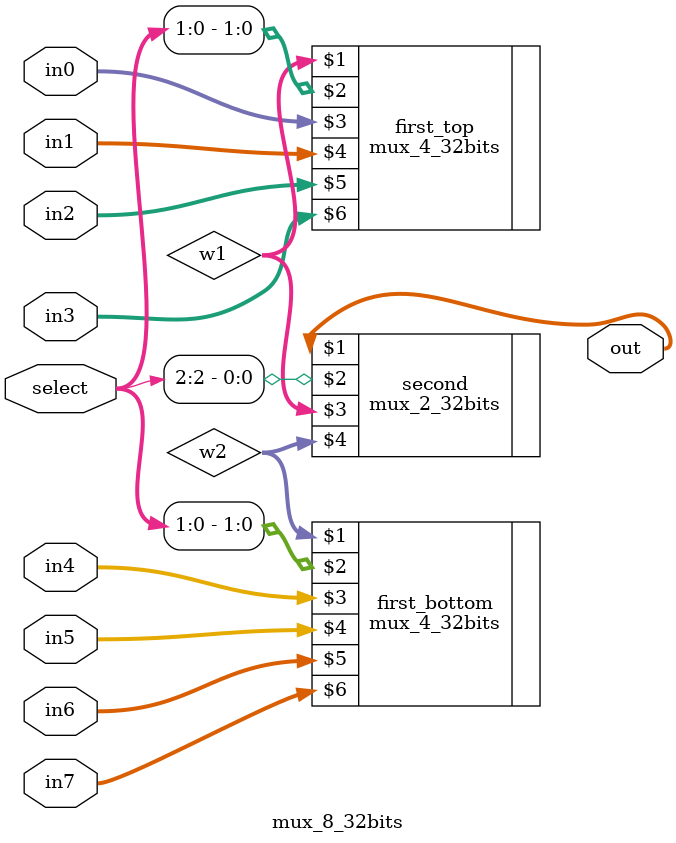
<source format=v>
module mux_8_32bits(out, select, in0, in1, in2, in3, in4, in5, in6, in7);
	input [2:0] select;
	input [31:0] in0, in1, in2, in3, in4, in5, in6, in7;
	output [31:0] out;
	wire [31:0] w1, w2;

	mux_4_32bits first_top(w1, select[1:0], in0, in1, in2, in3);
	mux_4_32bits first_bottom(w2, select[1:0], in4, in5, in6, in7);
	mux_2_32bits second(out, select[2], w1, w2);
endmodule
</source>
